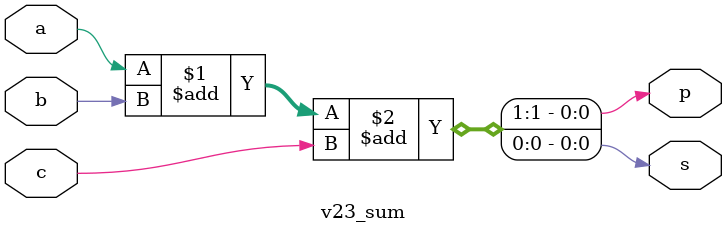
<source format=v>
module v23_sum(a,b,c,p,s);
input a,b,c;
output p,s;
assign {p,s} = a + b + c;
endmodule
</source>
